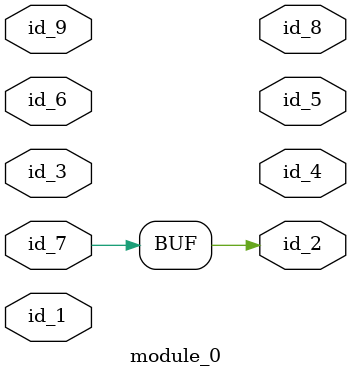
<source format=v>
module module_0 (
    id_1,
    id_2,
    id_3,
    id_4,
    id_5,
    id_6,
    id_7,
    id_8,
    id_9
);
  inout id_9;
  output id_8;
  input id_7;
  input id_6;
  output id_5;
  output id_4;
  inout id_3;
  output id_2;
  input id_1;
  assign id_2 = id_7;
endmodule

</source>
